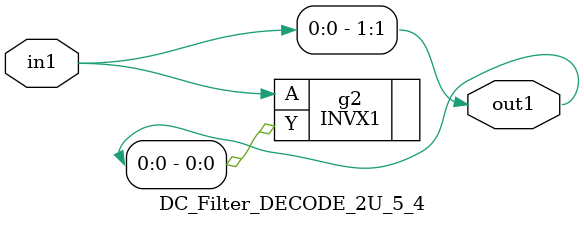
<source format=v>
`timescale 1ps / 1ps


module DC_Filter_DECODE_2U_5_4(in1, out1);
  input in1;
  output [1:0] out1;
  wire in1;
  wire [1:0] out1;
  assign out1[1] = in1;
  INVX1 g2(.A (in1), .Y (out1[0]));
endmodule



</source>
